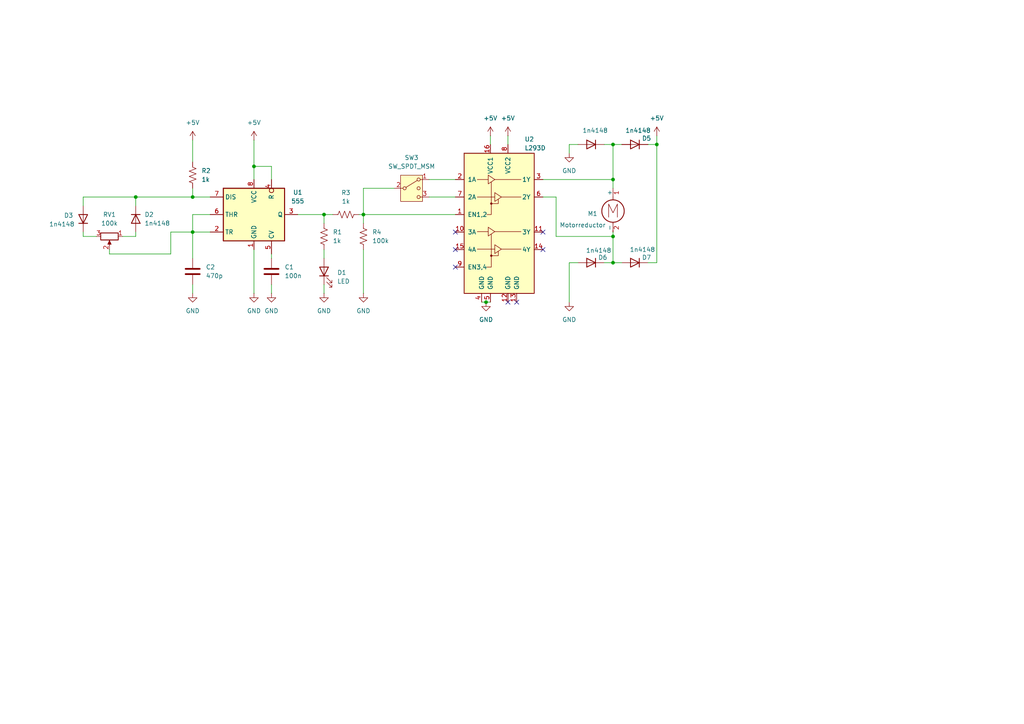
<source format=kicad_sch>
(kicad_sch (version 20250114) (generator "eeschema") (generator_version "9.0")
  (paper "A4")
  (lib_symbols
    (symbol "555_ordenado:555_wellOriented"
      (property "Reference" "U" (at 0 1.27 0))
      (property "Value" "555" (at 0 -0.762 0))
      (symbol "555_wellOriented_0_0"
        (pin power_in line (at 0 10.16 270) (length 2.54) (name "VCC") (number "8"))
        (pin power_in line (at 0 -10.16 90) (length 2.54) (name "GND") (number "1"))
      )
      (symbol "555_wellOriented_0_1"
        (rectangle (start -8.89 -7.62) (end 8.89 7.62) (stroke (width 0.254)) (fill (type background)))
        (rectangle (start -8.89 -7.62) (end 8.89 7.62) (stroke (width 0.254)) (fill (type background)))
      )
      (symbol "555_wellOriented_1_1"
        (pin input line (at -12.7 5.08 0) (length 3.81) (name "DIS") (number "7"))
        (pin input line (at -12.7 0 0) (length 3.81) (name "THR") (number "6"))
        (pin input line (at -12.7 -5.08 0) (length 3.81) (name "TR") (number "2"))
        (pin input inverted (at 5.08 10.16 270) (length 3.81) (name "R") (number "4"))
        (pin input line (at 5.08 -11.43 90) (length 3.81) (name "CV") (number "5"))
        (pin output line (at 12.7 0 180) (length 3.81) (name "Q") (number "3"))
      )
    )
    (symbol "Device:C" (pin_numbers (hide yes)) (pin_names (offset 0.254))
      (property "Reference" "C" (at 0.635 2.54 0))
      (property "Value" "C" (at 0.635 -2.54 0))
      (symbol "C_0_1"
        (polyline (pts (xy -2.032 0.762) (xy 2.032 0.762)) (stroke (width 0.508)))
        (polyline (pts (xy -2.032 -0.762) (xy 2.032 -0.762)) (stroke (width 0.508)))
      )
      (symbol "C_1_1"
        (pin passive line (at 0 3.81 270) (length 2.794) (name "~") (number "1"))
        (pin passive line (at 0 -3.81 90) (length 2.794) (name "~") (number "2"))
      )
    )
    (symbol "Device:LED" (pin_numbers (hide yes)) (pin_names (offset 1.016) (hide yes))
      (property "Reference" "D" (at 0 2.54 0))
      (property "Value" "LED" (at 0 -2.54 0))
      (symbol "LED_0_1"
        (polyline (pts (xy -3.048 -0.762) (xy -4.572 -2.286) (xy -3.81 -2.286) (xy -4.572 -2.286) (xy -4.572 -1.524)))
        (polyline (pts (xy -1.778 -0.762) (xy -3.302 -2.286) (xy -2.54 -2.286) (xy -3.302 -2.286) (xy -3.302 -1.524)))
        (polyline (pts (xy -1.27 0) (xy 1.27 0)))
        (polyline (pts (xy -1.27 -1.27) (xy -1.27 1.27)) (stroke (width 0.254)))
        (polyline (pts (xy 1.27 -1.27) (xy 1.27 1.27) (xy -1.27 0) (xy 1.27 -1.27)) (stroke (width 0.254)))
      )
      (symbol "LED_1_1"
        (pin passive line (at -3.81 0 0) (length 2.54) (name "K") (number "1"))
        (pin passive line (at 3.81 0 180) (length 2.54) (name "A") (number "2"))
      )
    )
    (symbol "Device:R_Potentiometer" (pin_names (offset 1.016) (hide yes))
      (property "Reference" "RV" (at -4.445 0 90))
      (property "Value" "R_Potentiometer" (at -2.54 0 90))
      (symbol "R_Potentiometer_0_1"
        (rectangle (start 1.016 2.54) (end -1.016 -2.54) (stroke (width 0.254)))
        (polyline (pts (xy 1.143 0) (xy 2.286 0.508) (xy 2.286 -0.508) (xy 1.143 0)) (fill (type outline)))
        (polyline (pts (xy 2.54 0) (xy 1.524 0)))
      )
      (symbol "R_Potentiometer_1_1"
        (pin passive line (at 0 3.81 270) (length 1.27) (name "1") (number "1"))
        (pin passive line (at 0 -3.81 90) (length 1.27) (name "3") (number "3"))
        (pin passive line (at 3.81 0 180) (length 1.27) (name "2") (number "2"))
      )
    )
    (symbol "Device:R_US" (pin_numbers (hide yes)) (pin_names (offset 0))
      (property "Reference" "R" (at 2.54 0 90))
      (property "Value" "R_US" (at -2.54 0 90))
      (symbol "R_US_0_1"
        (polyline (pts (xy 0 2.286) (xy 0 2.54)))
        (polyline (pts (xy 0 2.286) (xy 1.016 1.905) (xy 0 1.524) (xy -1.016 1.143) (xy 0 0.762)))
        (polyline (pts (xy 0 0.762) (xy 1.016 0.381) (xy 0 0) (xy -1.016 -0.381) (xy 0 -0.762)))
        (polyline (pts (xy 0 -0.762) (xy 1.016 -1.143) (xy 0 -1.524) (xy -1.016 -1.905) (xy 0 -2.286)))
        (polyline (pts (xy 0 -2.286) (xy 0 -2.54)))
      )
      (symbol "R_US_1_1"
        (pin passive line (at 0 3.81 270) (length 1.27) (name "~") (number "1"))
        (pin passive line (at 0 -3.81 90) (length 1.27) (name "~") (number "2"))
      )
    )
    (symbol "Diode:1N4148WT" (pin_numbers (hide yes)) (pin_names (hide yes))
      (property "Reference" "D" (at 0 2.54 0))
      (property "Value" "1N4148WT" (at 0 -2.54 0))
      (symbol "1N4148WT_0_1"
        (polyline (pts (xy -1.27 1.27) (xy -1.27 -1.27)) (stroke (width 0.254)))
        (polyline (pts (xy 1.27 1.27) (xy 1.27 -1.27) (xy -1.27 0) (xy 1.27 1.27)) (stroke (width 0.254)))
        (polyline (pts (xy 1.27 0) (xy -1.27 0)))
      )
      (symbol "1N4148WT_1_1"
        (pin passive line (at -3.81 0 0) (length 2.54) (name "K") (number "1"))
        (pin passive line (at 3.81 0 180) (length 2.54) (name "A") (number "2"))
      )
    )
    (symbol "Driver_Motor:L293D" (pin_names (offset 1.016))
      (property "Reference" "U" (at -5.08 26.035 0))
      (property "Value" "L293D" (at -5.08 24.13 0))
      (symbol "L293D_0_1"
        (rectangle (start -10.16 22.86) (end 10.16 -17.78) (stroke (width 0.254)) (fill (type background)))
        (polyline (pts (xy -6.35 15.24) (xy -3.175 15.24)))
        (polyline (pts (xy -6.35 10.16) (xy -1.27 10.16)))
        (polyline (pts (xy -6.35 0.127) (xy -3.175 0.127)))
        (polyline (pts (xy -6.35 -4.953) (xy -1.27 -4.953)))
        (polyline (pts (xy -3.175 16.51) (xy -3.175 13.97) (xy -1.27 15.24) (xy -3.175 16.51)))
        (polyline (pts (xy -3.175 1.397) (xy -3.175 -1.143) (xy -1.27 0.127) (xy -3.175 1.397)))
        (polyline (pts (xy -2.286 14.478) (xy -2.286 5.08) (xy -3.556 5.08)))
        (circle (center -2.286 8.255) (radius 0.254) (fill (type outline)))
        (polyline (pts (xy -2.286 8.255) (xy -0.254 8.255) (xy -0.254 9.525)))
        (polyline (pts (xy -2.286 -0.635) (xy -2.286 -10.16) (xy -3.556 -10.16)))
        (circle (center -2.286 -6.858) (radius 0.254) (fill (type outline)))
        (polyline (pts (xy -2.286 -6.858) (xy -0.254 -6.858) (xy -0.254 -5.588)))
        (polyline (pts (xy -1.27 15.24) (xy 6.35 15.24)))
        (polyline (pts (xy -1.27 11.43) (xy -1.27 8.89) (xy 0.635 10.16) (xy -1.27 11.43)))
        (polyline (pts (xy -1.27 0.127) (xy 6.35 0.127)))
        (polyline (pts (xy -1.27 -3.683) (xy -1.27 -6.223) (xy 0.635 -4.953) (xy -1.27 -3.683)))
        (polyline (pts (xy 0.635 10.16) (xy 6.35 10.16)))
        (polyline (pts (xy 0.635 -4.953) (xy 6.35 -4.953)))
      )
      (symbol "L293D_1_1"
        (pin input line (at -12.7 15.24 0) (length 2.54) (name "1A") (number "2"))
        (pin input line (at -12.7 10.16 0) (length 2.54) (name "2A") (number "7"))
        (pin input line (at -12.7 5.08 0) (length 2.54) (name "EN1,2") (number "1"))
        (pin input line (at -12.7 0 0) (length 2.54) (name "3A") (number "10"))
        (pin input line (at -12.7 -5.08 0) (length 2.54) (name "4A") (number "15"))
        (pin input line (at -12.7 -10.16 0) (length 2.54) (name "EN3,4") (number "9"))
        (pin power_in line (at -5.08 -20.32 90) (length 2.54) (name "GND") (number "4"))
        (pin power_in line (at -2.54 25.4 270) (length 2.54) (name "VCC1") (number "16"))
        (pin power_in line (at -2.54 -20.32 90) (length 2.54) (name "GND") (number "5"))
        (pin power_in line (at 2.54 25.4 270) (length 2.54) (name "VCC2") (number "8"))
        (pin power_in line (at 2.54 -20.32 90) (length 2.54) (name "GND") (number "12"))
        (pin power_in line (at 5.08 -20.32 90) (length 2.54) (name "GND") (number "13"))
        (pin output line (at 12.7 15.24 180) (length 2.54) (name "1Y") (number "3"))
        (pin output line (at 12.7 10.16 180) (length 2.54) (name "2Y") (number "6"))
        (pin output line (at 12.7 0 180) (length 2.54) (name "3Y") (number "11"))
        (pin output line (at 12.7 -5.08 180) (length 2.54) (name "4Y") (number "14"))
      )
    )
    (symbol "Motor:Motor_DC" (pin_names (offset 0))
      (property "Reference" "M" (at 2.54 2.54 0))
      (property "Value" "Motor_DC" (at 2.54 -5.08 0))
      (symbol "Motor_DC_0_0"
        (polyline (pts (xy -1.27 -3.302) (xy -1.27 0.508) (xy 0 -2.032) (xy 1.27 0.508) (xy 1.27 -3.302)))
      )
      (symbol "Motor_DC_0_1"
        (polyline (pts (xy 0 2.032) (xy 0 2.54)))
        (polyline (pts (xy 0 1.7272) (xy 0 2.0828)))
        (circle (center 0 -1.524) (radius 3.2512) (stroke (width 0.254)))
        (polyline (pts (xy 0 -4.7752) (xy 0 -5.1816)))
        (polyline (pts (xy 0 -7.62) (xy 0 -7.112)))
      )
      (symbol "Motor_DC_1_1"
        (pin passive line (at 0 5.08 270) (length 2.54) (name "+") (number "1"))
        (pin passive line (at 0 -7.62 90) (length 2.54) (name "-") (number "2"))
      )
    )
    (symbol "Switch:SW_SPDT_MSM" (pin_names (offset 0) (hide yes))
      (property "Reference" "SW" (at 0 5.08 0))
      (property "Value" "SW_SPDT_MSM" (at 0 -5.08 0))
      (symbol "SW_SPDT_MSM_0_1"
        (circle (center -2.032 0) (radius 0.4572))
        (polyline (pts (xy -1.651 0.254) (xy 1.651 2.286)))
        (circle (center 2.032 2.54) (radius 0.4572))
        (circle (center 2.032 0) (radius 0.4572))
        (circle (center 2.032 -2.54) (radius 0.4572))
      )
      (symbol "SW_SPDT_MSM_1_1"
        (rectangle (start -3.175 3.81) (end 3.175 -3.81) (fill (type background)))
        (pin passive line (at -5.08 0 0) (length 2.54) (name "3") (number "2"))
        (pin passive line (at 5.08 2.54 180) (length 2.54) (name "1") (number "1"))
        (pin passive line (at 5.08 -2.54 180) (length 2.54) (name "4") (number "3"))
      )
    )
    (symbol "power:+5V" (power) (pin_numbers (hide yes)) (pin_names (offset 0) (hide yes))
      (property "Value" "+5V" (at 0 3.556 0))
      (symbol "+5V_0_1"
        (polyline (pts (xy -0.762 1.27) (xy 0 2.54)))
        (polyline (pts (xy 0 2.54) (xy 0.762 1.27)))
        (polyline (pts (xy 0 0) (xy 0 2.54)))
      )
      (symbol "+5V_1_1"
        (pin power_in line (at 0 0 90) (length 0) (name "~") (number "1"))
      )
    )
    (symbol "power:GND" (power) (pin_numbers (hide yes)) (pin_names (offset 0) (hide yes))
      (property "Value" "GND" (at 0 -3.81 0))
      (symbol "GND_0_1"
        (polyline (pts (xy 0 0) (xy 0 -1.27) (xy 1.27 -1.27) (xy 0 -2.54) (xy -1.27 -1.27) (xy 0 -1.27)))
      )
      (symbol "GND_1_1"
        (pin power_in line (at 0 0 270) (length 0) (name "~") (number "1"))
      )
    )
  )
  (junction (at 105.41 62.23))
  (junction (at 177.8 76.2))
  (junction (at 55.88 57.15))
  (junction (at 177.8 68.58))
  (junction (at 93.98 62.23))
  (junction (at 177.8 52.07))
  (junction (at 73.66 48.26))
  (junction (at 39.37 57.15))
  (junction (at 55.88 67.31))
  (junction (at 190.5 41.91))
  (junction (at 140.97 87.63))
  (junction (at 177.8 41.91))
  (no_connect (at 157.48 72.39))
  (no_connect (at 157.48 67.31))
  (no_connect (at 132.08 67.31))
  (no_connect (at 149.86 87.63))
  (no_connect (at 132.08 72.39))
  (no_connect (at 132.08 77.47))
  (no_connect (at 147.32 87.63))
  (wire (pts (xy 60.96 62.23) (xy 55.88 62.23)))
  (wire (pts (xy 78.74 82.55) (xy 78.74 85.09)))
  (wire (pts (xy 31.75 73.66) (xy 31.75 72.39)))
  (wire (pts (xy 39.37 68.58) (xy 35.56 68.58)))
  (wire (pts (xy 105.41 64.77) (xy 105.41 62.23)))
  (wire (pts (xy 24.13 68.58) (xy 24.13 67.31)))
  (wire (pts (xy 105.41 54.61) (xy 114.3 54.61)))
  (wire (pts (xy 86.36 62.23) (xy 93.98 62.23)))
  (wire (pts (xy 73.66 72.39) (xy 73.66 85.09)))
  (wire (pts (xy 24.13 57.15) (xy 24.13 59.69)))
  (wire (pts (xy 161.29 57.15) (xy 161.29 68.58)))
  (wire (pts (xy 39.37 57.15) (xy 39.37 59.69)))
  (wire (pts (xy 157.48 52.07) (xy 177.8 52.07)))
  (wire (pts (xy 39.37 67.31) (xy 39.37 68.58)))
  (wire (pts (xy 180.34 76.2) (xy 177.8 76.2)))
  (wire (pts (xy 60.96 57.15) (xy 55.88 57.15)))
  (wire (pts (xy 93.98 82.55) (xy 93.98 85.09)))
  (wire (pts (xy 93.98 64.77) (xy 93.98 62.23)))
  (wire (pts (xy 187.96 41.91) (xy 190.5 41.91)))
  (wire (pts (xy 142.24 39.37) (xy 142.24 41.91)))
  (wire (pts (xy 55.88 54.61) (xy 55.88 57.15)))
  (wire (pts (xy 55.88 67.31) (xy 49.53 67.31)))
  (wire (pts (xy 177.8 52.07) (xy 177.8 54.61)))
  (wire (pts (xy 78.74 74.93) (xy 78.74 73.66)))
  (wire (pts (xy 49.53 73.66) (xy 31.75 73.66)))
  (wire (pts (xy 165.1 41.91) (xy 165.1 44.45)))
  (wire (pts (xy 177.8 41.91) (xy 177.8 52.07)))
  (wire (pts (xy 175.26 41.91) (xy 177.8 41.91)))
  (wire (pts (xy 177.8 41.91) (xy 180.34 41.91)))
  (wire (pts (xy 93.98 62.23) (xy 96.52 62.23)))
  (wire (pts (xy 190.5 41.91) (xy 190.5 76.2)))
  (wire (pts (xy 78.74 52.07) (xy 78.74 48.26)))
  (wire (pts (xy 165.1 76.2) (xy 167.64 76.2)))
  (wire (pts (xy 175.26 76.2) (xy 177.8 76.2)))
  (wire (pts (xy 187.96 76.2) (xy 190.5 76.2)))
  (wire (pts (xy 39.37 57.15) (xy 55.88 57.15)))
  (wire (pts (xy 124.46 52.07) (xy 132.08 52.07)))
  (wire (pts (xy 190.5 39.37) (xy 190.5 41.91)))
  (wire (pts (xy 73.66 40.64) (xy 73.66 48.26)))
  (wire (pts (xy 140.97 87.63) (xy 142.24 87.63)))
  (wire (pts (xy 55.88 40.64) (xy 55.88 46.99)))
  (wire (pts (xy 78.74 48.26) (xy 73.66 48.26)))
  (wire (pts (xy 49.53 67.31) (xy 49.53 73.66)))
  (wire (pts (xy 177.8 68.58) (xy 177.8 76.2)))
  (wire (pts (xy 140.97 87.63) (xy 139.7 87.63)))
  (wire (pts (xy 73.66 48.26) (xy 73.66 52.07)))
  (wire (pts (xy 124.46 57.15) (xy 132.08 57.15)))
  (wire (pts (xy 55.88 74.93) (xy 55.88 67.31)))
  (wire (pts (xy 55.88 67.31) (xy 60.96 67.31)))
  (wire (pts (xy 177.8 67.31) (xy 177.8 68.58)))
  (wire (pts (xy 104.14 62.23) (xy 105.41 62.23)))
  (wire (pts (xy 105.41 62.23) (xy 132.08 62.23)))
  (wire (pts (xy 167.64 41.91) (xy 165.1 41.91)))
  (wire (pts (xy 27.94 68.58) (xy 24.13 68.58)))
  (wire (pts (xy 165.1 87.63) (xy 165.1 76.2)))
  (wire (pts (xy 157.48 57.15) (xy 161.29 57.15)))
  (wire (pts (xy 93.98 74.93) (xy 93.98 72.39)))
  (wire (pts (xy 105.41 72.39) (xy 105.41 85.09)))
  (wire (pts (xy 105.41 54.61) (xy 105.41 62.23)))
  (wire (pts (xy 161.29 68.58) (xy 177.8 68.58)))
  (wire (pts (xy 55.88 82.55) (xy 55.88 85.09)))
  (wire (pts (xy 55.88 62.23) (xy 55.88 67.31)))
  (wire (pts (xy 24.13 57.15) (xy 39.37 57.15)))
  (wire (pts (xy 147.32 39.37) (xy 147.32 41.91)))
  (symbol (lib_id "power:+5V") (at 73.66 40.64 0) (unit 1)
    (property "Reference" "#PWR05" (effects (hide yes)))
    (property "Value" "+5V" (at 73.66 35.56 0))
    (property "Description" "Power symbol creates a global label with name \"+5V\"" (effects (hide yes)))
  )
  (symbol (lib_id "Device:R_US") (at 93.98 68.58 0) (unit 1)
    (property "Reference" "R1" (at 96.52 67.3099 0) (effects (justify left)))
    (property "Value" "1k" (at 96.52 69.8499 0) (effects (justify left)))
    (property "Description" "Resistor, US symbol" (effects (hide yes)))
  )
  (symbol (lib_id "Diode:1N4148WT") (at 184.15 76.2 0) (mirror y) (unit 1)
    (property "Reference" "D7" (at 186.182 74.676 0) (effects (justify right)))
    (property "Value" "1n4148" (at 182.626 72.39 0) (effects (justify right)))
    (property "Footprint" "Diode_SMD:D_SOD-523" (effects (hide yes)))
    (property "Datasheet" "https://www.diodes.com/assets/Datasheets/ds30396.pdf" (effects (hide yes)))
    (property "Description" "75V 0.15A Fast switching Diode, SOD-523" (effects (hide yes)))
    (property "Sim.Device" "D" (effects (hide yes)))
    (property "Sim.Pins" "1=K 2=A" (effects (hide yes)))
  )
  (symbol (lib_id "power:GND") (at 78.74 85.09 0) (unit 1)
    (property "Reference" "#PWR04" (effects (hide yes)))
    (property "Value" "GND" (at 78.74 90.17 0))
    (property "Description" "Power symbol creates a global label with name \"GND\" , ground" (effects (hide yes)))
  )
  (symbol (lib_id "Device:C") (at 55.88 78.74 0) (unit 1)
    (property "Reference" "C2" (at 59.69 77.4699 0) (effects (justify left)))
    (property "Value" "470p" (at 59.69 80.0099 0) (effects (justify left)))
    (property "Description" "Unpolarized capacitor" (effects (hide yes)))
  )
  (symbol (lib_id "Driver_Motor:L293D") (at 144.78 67.31 0) (unit 1)
    (property "Reference" "U2" (at 152.146 40.386 0) (effects (justify left)))
    (property "Value" "L293D" (at 152.146 42.926 0) (effects (justify left)))
    (property "Footprint" "Package_DIP:DIP-16_W7.62mm" (effects (hide yes)))
    (property "Datasheet" "http://www.ti.com/lit/ds/symlink/l293.pdf" (effects (hide yes)))
    (property "Description" "Quadruple Half-H Drivers" (effects (hide yes)))
  )
  (symbol (lib_id "power:GND") (at 165.1 87.63 0) (unit 1)
    (property "Reference" "#PWR010" (effects (hide yes)))
    (property "Value" "GND" (at 165.1 92.71 0))
    (property "Description" "Power symbol creates a global label with name \"GND\" , ground" (effects (hide yes)))
  )
  (symbol (lib_id "Device:LED") (at 93.98 78.74 90) (unit 1)
    (property "Reference" "D1" (at 97.79 79.0574 90) (effects (justify right)))
    (property "Value" "LED" (at 97.79 81.5974 90) (effects (justify right)))
    (property "Description" "Light emitting diode" (effects (hide yes)))
    (property "Sim.Pins" "1=K 2=A" (effects (hide yes)))
  )
  (symbol (lib_id "power:GND") (at 93.98 85.09 0) (unit 1)
    (property "Reference" "#PWR01" (effects (hide yes)))
    (property "Value" "GND" (at 93.98 90.17 0))
    (property "Description" "Power symbol creates a global label with name \"GND\" , ground" (effects (hide yes)))
  )
  (symbol (lib_id "power:GND") (at 165.1 44.45 0) (unit 1)
    (property "Reference" "#PWR017" (effects (hide yes)))
    (property "Value" "GND" (at 165.1 49.53 0))
    (property "Description" "Power symbol creates a global label with name \"GND\" , ground" (effects (hide yes)))
  )
  (symbol (lib_id "Device:C") (at 78.74 78.74 0) (unit 1)
    (property "Reference" "C1" (at 82.55 77.4699 0) (effects (justify left)))
    (property "Value" "100n" (at 82.55 80.0099 0) (effects (justify left)))
    (property "Description" "Unpolarized capacitor" (effects (hide yes)))
  )
  (symbol (lib_id "Diode:1N4148WT") (at 171.45 76.2 0) (mirror y) (unit 1)
    (property "Reference" "D6" (at 173.482 74.676 0) (effects (justify right)))
    (property "Value" "1n4148" (at 169.926 72.644 0) (effects (justify right)))
    (property "Footprint" "Diode_SMD:D_SOD-523" (effects (hide yes)))
    (property "Datasheet" "https://www.diodes.com/assets/Datasheets/ds30396.pdf" (effects (hide yes)))
    (property "Description" "75V 0.15A Fast switching Diode, SOD-523" (effects (hide yes)))
    (property "Sim.Device" "D" (effects (hide yes)))
    (property "Sim.Pins" "1=K 2=A" (effects (hide yes)))
  )
  (symbol (lib_id "Device:R_US") (at 105.41 68.58 0) (unit 1)
    (property "Reference" "R4" (at 107.95 67.3099 0) (effects (justify left)))
    (property "Value" "100k" (at 107.95 69.8499 0) (effects (justify left)))
    (property "Description" "Resistor, US symbol" (effects (hide yes)))
  )
  (symbol (lib_id "power:GND") (at 105.41 85.09 0) (unit 1)
    (property "Reference" "#PWR08" (effects (hide yes)))
    (property "Value" "GND" (at 105.41 90.17 0))
    (property "Description" "Power symbol creates a global label with name \"GND\" , ground" (effects (hide yes)))
  )
  (symbol (lib_id "Device:R_US") (at 55.88 50.8 0) (unit 1)
    (property "Reference" "R2" (at 58.42 49.5299 0) (effects (justify left)))
    (property "Value" "1k" (at 58.42 52.0699 0) (effects (justify left)))
    (property "Description" "Resistor, US symbol" (effects (hide yes)))
  )
  (symbol (lib_id "Diode:1N4148WT") (at 171.45 41.91 0) (mirror y) (unit 1)
    (property "Reference" "D4" (effects (hide yes)))
    (property "Value" "1n4148" (at 168.91 37.846 0) (effects (justify right)))
    (property "Footprint" "Diode_SMD:D_SOD-523" (effects (hide yes)))
    (property "Datasheet" "https://www.diodes.com/assets/Datasheets/ds30396.pdf" (effects (hide yes)))
    (property "Description" "75V 0.15A Fast switching Diode, SOD-523" (effects (hide yes)))
    (property "Sim.Device" "D" (effects (hide yes)))
    (property "Sim.Pins" "1=K 2=A" (effects (hide yes)))
  )
  (symbol (lib_id "power:GND") (at 140.97 87.63 0) (unit 1)
    (property "Reference" "#PWR019" (effects (hide yes)))
    (property "Value" "GND" (at 140.97 92.71 0))
    (property "Description" "Power symbol creates a global label with name \"GND\" , ground" (effects (hide yes)))
  )
  (symbol (lib_id "Device:R_Potentiometer") (at 31.75 68.58 270) (unit 1)
    (property "Reference" "RV1" (at 31.75 62.23 90))
    (property "Value" "100k" (at 31.75 64.77 90))
    (property "Description" "Potentiometer" (effects (hide yes)))
  )
  (symbol (lib_id "power:GND") (at 73.66 85.09 0) (unit 1)
    (property "Reference" "#PWR03" (effects (hide yes)))
    (property "Value" "GND" (at 73.66 90.17 0))
    (property "Description" "Power symbol creates a global label with name \"GND\" , ground" (effects (hide yes)))
  )
  (symbol (lib_id "Switch:SW_SPDT_MSM") (at 119.38 54.61 0) (unit 1)
    (property "Reference" "SW3" (at 119.38 45.72 0))
    (property "Value" "SW_SPDT_MSM" (at 119.38 48.26 0))
    (property "Description" "Switch, single pole double throw, center OFF position" (effects (hide yes)))
  )
  (symbol (lib_id "Device:R_US") (at 100.33 62.23 90) (unit 1)
    (property "Reference" "R3" (at 100.33 55.88 90))
    (property "Value" "1k" (at 100.33 58.42 90))
    (property "Description" "Resistor, US symbol" (effects (hide yes)))
  )
  (symbol (lib_id "power:GND") (at 55.88 85.09 0) (unit 1)
    (property "Reference" "#PWR07" (effects (hide yes)))
    (property "Value" "GND" (at 55.88 90.17 0))
    (property "Description" "Power symbol creates a global label with name \"GND\" , ground" (effects (hide yes)))
  )
  (symbol (lib_id "Motor:Motor_DC") (at 177.8 59.69 0) (unit 1)
    (property "Reference" "M1" (at 170.434 61.976 0) (effects (justify left)))
    (property "Value" "Motorreductor" (at 162.306 65.278 0) (effects (justify left)))
    (property "Description" "DC Motor" (effects (hide yes)))
  )
  (symbol (lib_id "Diode:1N4148WT") (at 24.13 63.5 90) (unit 1)
    (property "Reference" "D3" (at 18.542 62.484 90) (effects (justify right)))
    (property "Value" "1n4148" (at 14.224 65.024 90) (effects (justify right)))
    (property "Footprint" "Diode_SMD:D_SOD-523" (effects (hide yes)))
    (property "Datasheet" "https://www.diodes.com/assets/Datasheets/ds30396.pdf" (effects (hide yes)))
    (property "Description" "75V 0.15A Fast switching Diode, SOD-523" (effects (hide yes)))
    (property "Sim.Device" "D" (effects (hide yes)))
    (property "Sim.Pins" "1=K 2=A" (effects (hide yes)))
  )
  (symbol (lib_id "Diode:1N4148WT") (at 184.15 41.91 0) (mirror y) (unit 1)
    (property "Reference" "D5" (at 186.182 40.132 0) (effects (justify right)))
    (property "Value" "1n4148" (at 181.356 37.846 0) (effects (justify right)))
    (property "Footprint" "Diode_SMD:D_SOD-523" (effects (hide yes)))
    (property "Datasheet" "https://www.diodes.com/assets/Datasheets/ds30396.pdf" (effects (hide yes)))
    (property "Description" "75V 0.15A Fast switching Diode, SOD-523" (effects (hide yes)))
    (property "Sim.Device" "D" (effects (hide yes)))
    (property "Sim.Pins" "1=K 2=A" (effects (hide yes)))
  )
  (symbol (lib_id "power:+5V") (at 142.24 39.37 0) (unit 1)
    (property "Reference" "#PWR011" (effects (hide yes)))
    (property "Value" "+5V" (at 142.24 34.29 0))
    (property "Description" "Power symbol creates a global label with name \"+5V\"" (effects (hide yes)))
  )
  (symbol (lib_id "power:+5V") (at 147.32 39.37 0) (unit 1)
    (property "Reference" "#PWR012" (effects (hide yes)))
    (property "Value" "+5V" (at 147.32 34.29 0))
    (property "Description" "Power symbol creates a global label with name \"+5V\"" (effects (hide yes)))
  )
  (symbol (lib_id "Diode:1N4148WT") (at 39.37 63.5 270) (unit 1)
    (property "Reference" "D2" (at 41.91 62.2299 90) (effects (justify left)))
    (property "Value" "1n4148" (at 41.91 64.7699 90) (effects (justify left)))
    (property "Footprint" "Diode_SMD:D_SOD-523" (effects (hide yes)))
    (property "Datasheet" "https://www.diodes.com/assets/Datasheets/ds30396.pdf" (effects (hide yes)))
    (property "Description" "75V 0.15A Fast switching Diode, SOD-523" (effects (hide yes)))
    (property "Sim.Device" "D" (effects (hide yes)))
    (property "Sim.Pins" "1=K 2=A" (effects (hide yes)))
  )
  (symbol (lib_id "555_ordenado:555_wellOriented") (at 73.66 62.23 0) (unit 1)
    (property "Reference" "U1" (at 86.36 55.8098 0))
    (property "Value" "555" (at 86.36 58.3498 0))
    (property "Footprint" "Package_DIP:DIP-8_W7.62mm_Socket_LongPads" (effects (hide yes)))
  )
  (symbol (lib_id "power:+5V") (at 190.5 39.37 0) (unit 1)
    (property "Reference" "#PWR013" (effects (hide yes)))
    (property "Value" "+5V" (at 190.5 34.29 0))
    (property "Description" "Power symbol creates a global label with name \"+5V\"" (effects (hide yes)))
  )
  (symbol (lib_id "power:+5V") (at 55.88 40.64 0) (unit 1)
    (property "Reference" "#PWR06" (effects (hide yes)))
    (property "Value" "+5V" (at 55.88 35.56 0))
    (property "Description" "Power symbol creates a global label with name \"+5V\"" (effects (hide yes)))
  )
)
</source>
